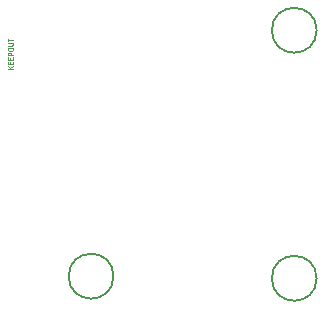
<source format=gbr>
%TF.GenerationSoftware,KiCad,Pcbnew,8.0.5*%
%TF.CreationDate,2024-11-02T08:59:12+01:00*%
%TF.ProjectId,BLESEN,424c4553-454e-42e6-9b69-6361645f7063,rev?*%
%TF.SameCoordinates,Original*%
%TF.FileFunction,Other,Comment*%
%FSLAX46Y46*%
G04 Gerber Fmt 4.6, Leading zero omitted, Abs format (unit mm)*
G04 Created by KiCad (PCBNEW 8.0.5) date 2024-11-02 08:59:12*
%MOMM*%
%LPD*%
G01*
G04 APERTURE LIST*
%ADD10C,0.070000*%
%ADD11C,0.150000*%
G04 APERTURE END LIST*
D10*
X131181407Y-82238095D02*
X130781407Y-82238095D01*
X131181407Y-82009524D02*
X130952836Y-82180953D01*
X130781407Y-82009524D02*
X131009979Y-82238095D01*
X130971883Y-81838095D02*
X130971883Y-81704762D01*
X131181407Y-81647619D02*
X131181407Y-81838095D01*
X131181407Y-81838095D02*
X130781407Y-81838095D01*
X130781407Y-81838095D02*
X130781407Y-81647619D01*
X130971883Y-81476190D02*
X130971883Y-81342857D01*
X131181407Y-81285714D02*
X131181407Y-81476190D01*
X131181407Y-81476190D02*
X130781407Y-81476190D01*
X130781407Y-81476190D02*
X130781407Y-81285714D01*
X131181407Y-81114285D02*
X130781407Y-81114285D01*
X130781407Y-81114285D02*
X130781407Y-80961904D01*
X130781407Y-80961904D02*
X130800455Y-80923809D01*
X130800455Y-80923809D02*
X130819502Y-80904762D01*
X130819502Y-80904762D02*
X130857598Y-80885714D01*
X130857598Y-80885714D02*
X130914740Y-80885714D01*
X130914740Y-80885714D02*
X130952836Y-80904762D01*
X130952836Y-80904762D02*
X130971883Y-80923809D01*
X130971883Y-80923809D02*
X130990931Y-80961904D01*
X130990931Y-80961904D02*
X130990931Y-81114285D01*
X130781407Y-80638095D02*
X130781407Y-80561904D01*
X130781407Y-80561904D02*
X130800455Y-80523809D01*
X130800455Y-80523809D02*
X130838550Y-80485714D01*
X130838550Y-80485714D02*
X130914740Y-80466666D01*
X130914740Y-80466666D02*
X131048074Y-80466666D01*
X131048074Y-80466666D02*
X131124264Y-80485714D01*
X131124264Y-80485714D02*
X131162360Y-80523809D01*
X131162360Y-80523809D02*
X131181407Y-80561904D01*
X131181407Y-80561904D02*
X131181407Y-80638095D01*
X131181407Y-80638095D02*
X131162360Y-80676190D01*
X131162360Y-80676190D02*
X131124264Y-80714285D01*
X131124264Y-80714285D02*
X131048074Y-80733333D01*
X131048074Y-80733333D02*
X130914740Y-80733333D01*
X130914740Y-80733333D02*
X130838550Y-80714285D01*
X130838550Y-80714285D02*
X130800455Y-80676190D01*
X130800455Y-80676190D02*
X130781407Y-80638095D01*
X130781407Y-80295237D02*
X131105217Y-80295237D01*
X131105217Y-80295237D02*
X131143312Y-80276190D01*
X131143312Y-80276190D02*
X131162360Y-80257142D01*
X131162360Y-80257142D02*
X131181407Y-80219047D01*
X131181407Y-80219047D02*
X131181407Y-80142856D01*
X131181407Y-80142856D02*
X131162360Y-80104761D01*
X131162360Y-80104761D02*
X131143312Y-80085714D01*
X131143312Y-80085714D02*
X131105217Y-80066666D01*
X131105217Y-80066666D02*
X130781407Y-80066666D01*
X130781407Y-79933332D02*
X130781407Y-79704761D01*
X131181407Y-79819047D02*
X130781407Y-79819047D01*
D11*
%TO.C,H4*%
X156900000Y-79000000D02*
G75*
G02*
X153100000Y-79000000I-1900000J0D01*
G01*
X153100000Y-79000000D02*
G75*
G02*
X156900000Y-79000000I1900000J0D01*
G01*
%TO.C,H2*%
X156900000Y-100000000D02*
G75*
G02*
X153100000Y-100000000I-1900000J0D01*
G01*
X153100000Y-100000000D02*
G75*
G02*
X156900000Y-100000000I1900000J0D01*
G01*
%TO.C,H3*%
X139700000Y-99820000D02*
G75*
G02*
X135900000Y-99820000I-1900000J0D01*
G01*
X135900000Y-99820000D02*
G75*
G02*
X139700000Y-99820000I1900000J0D01*
G01*
%TD*%
M02*

</source>
